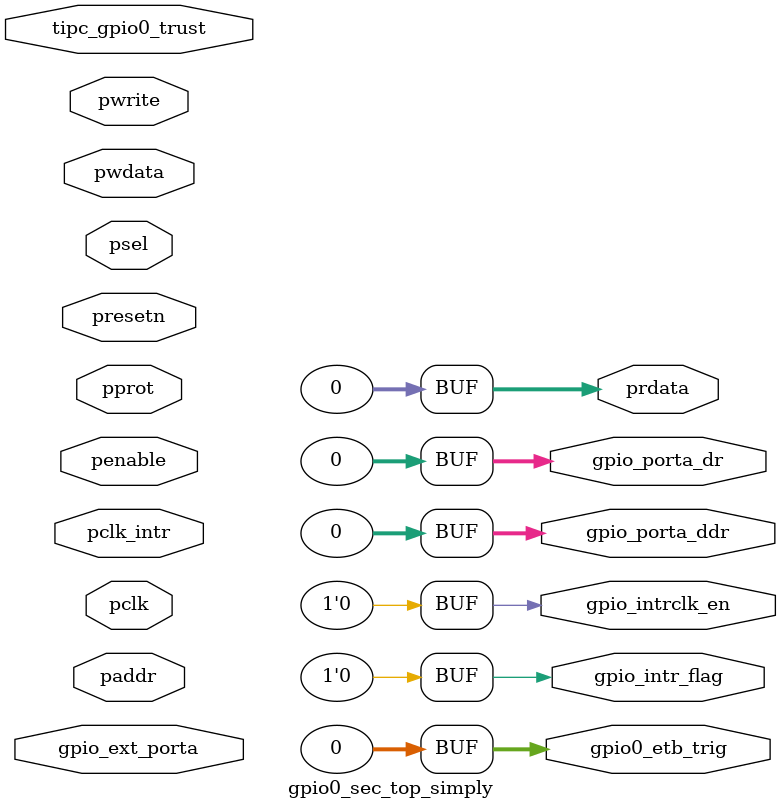
<source format=v>
module pwm_sec_top_simply(
  etb_pwm_trig_tim0_off,
  etb_pwm_trig_tim0_on,
  etb_pwm_trig_tim1_off,
  etb_pwm_trig_tim1_on,
  etb_pwm_trig_tim2_off,
  etb_pwm_trig_tim2_on,
  etb_pwm_trig_tim3_off,
  etb_pwm_trig_tim3_on,
  etb_pwm_trig_tim4_off,
  etb_pwm_trig_tim4_on,
  etb_pwm_trig_tim5_off,
  etb_pwm_trig_tim5_on,
  fault,
  i_capedge0,
  i_capedge10,
  i_capedge2,
  i_capedge4,
  i_capedge6,
  i_capedge8,
  o_pwm0,
  o_pwm1,
  o_pwm10,
  o_pwm11,
  o_pwm2,
  o_pwm3,
  o_pwm4,
  o_pwm5,
  o_pwm6,
  o_pwm7,
  o_pwm8,
  o_pwm9,
  paddr,
  pclk,
  penable,
  pprot,
  prdata,
  presetn,
  psel,
  pwdata,
  pwm0oe_n,
  pwm10oe_n,
  pwm11oe_n,
  pwm1oe_n,
  pwm2oe_n,
  pwm3oe_n,
  pwm4oe_n,
  pwm5oe_n,
  pwm6oe_n,
  pwm7oe_n,
  pwm8oe_n,
  pwm9oe_n,
  pwm_idle,
  pwm_tim0_etb_trig,
  pwm_tim1_etb_trig,
  pwm_tim2_etb_trig,
  pwm_tim3_etb_trig,
  pwm_tim4_etb_trig,
  pwm_tim5_etb_trig,
  pwm_xx_trig,
  pwmint,
  pwrite,
  test_mode,
  tipc_pwm_trust
);
input           etb_pwm_trig_tim0_off; 
input           etb_pwm_trig_tim0_on; 
input           etb_pwm_trig_tim1_off; 
input           etb_pwm_trig_tim1_on; 
input           etb_pwm_trig_tim2_off; 
input           etb_pwm_trig_tim2_on; 
input           etb_pwm_trig_tim3_off; 
input           etb_pwm_trig_tim3_on; 
input           etb_pwm_trig_tim4_off; 
input           etb_pwm_trig_tim4_on; 
input           etb_pwm_trig_tim5_off; 
input           etb_pwm_trig_tim5_on; 
input           fault;                
input           i_capedge0;           
input           i_capedge10;          
input           i_capedge2;           
input           i_capedge4;           
input           i_capedge6;           
input           i_capedge8;           
input   [31:0]  paddr;                
input           pclk;                 
input           penable;              
input   [2 :0]  pprot;                
input           presetn;              
input           psel;                 
input   [31:0]  pwdata;               
input           pwrite;               
input           test_mode;            
input           tipc_pwm_trust;       
output          o_pwm0;               
output          o_pwm1;               
output          o_pwm10;              
output          o_pwm11;              
output          o_pwm2;               
output          o_pwm3;               
output          o_pwm4;               
output          o_pwm5;               
output          o_pwm6;               
output          o_pwm7;               
output          o_pwm8;               
output          o_pwm9;               
output  [31:0]  prdata;               
output          pwm0oe_n;             
output          pwm10oe_n;            
output          pwm11oe_n;            
output          pwm1oe_n;             
output          pwm2oe_n;             
output          pwm3oe_n;             
output          pwm4oe_n;             
output          pwm5oe_n;             
output          pwm6oe_n;             
output          pwm7oe_n;             
output          pwm8oe_n;             
output          pwm9oe_n;             
output          pwm_idle;             
output          pwm_tim0_etb_trig;    
output          pwm_tim1_etb_trig;    
output          pwm_tim2_etb_trig;    
output          pwm_tim3_etb_trig;    
output          pwm_tim4_etb_trig;    
output          pwm_tim5_etb_trig;    
output          pwm_xx_trig;          
output          pwmint;               
wire            etb_pwm_trig_tim0_off; 
wire            etb_pwm_trig_tim0_on; 
wire            etb_pwm_trig_tim1_off; 
wire            etb_pwm_trig_tim1_on; 
wire            etb_pwm_trig_tim2_off; 
wire            etb_pwm_trig_tim2_on; 
wire            etb_pwm_trig_tim3_off; 
wire            etb_pwm_trig_tim3_on; 
wire            etb_pwm_trig_tim4_off; 
wire            etb_pwm_trig_tim4_on; 
wire            etb_pwm_trig_tim5_off; 
wire            etb_pwm_trig_tim5_on; 
wire            fault;                
wire            i_capedge0;           
wire            i_capedge10;          
wire            i_capedge2;           
wire            i_capedge4;           
wire            i_capedge6;           
wire            i_capedge8;           
wire    [31:0]  i_prdata;             
wire            i_psel;               
wire            i_pwrite;             
wire            o_pwm0;               
wire            o_pwm1;               
wire            o_pwm10;              
wire            o_pwm11;              
wire            o_pwm2;               
wire            o_pwm3;               
wire            o_pwm4;               
wire            o_pwm5;               
wire            o_pwm6;               
wire            o_pwm7;               
wire            o_pwm8;               
wire            o_pwm9;               
wire    [31:0]  paddr;                
wire            pclk;                 
wire            penable;              
wire    [2 :0]  pprot;                
wire    [31:0]  prdata;               
wire            presetn;              
wire            psel;                 
wire    [31:0]  pwdata;               
wire            pwm0oe_n;             
wire            pwm10oe_n;            
wire            pwm11oe_n;            
wire            pwm1oe_n;             
wire            pwm2oe_n;             
wire            pwm3oe_n;             
wire            pwm4oe_n;             
wire            pwm5oe_n;             
wire            pwm6oe_n;             
wire            pwm7oe_n;             
wire            pwm8oe_n;             
wire            pwm9oe_n;             
wire            pwm_idle;             
wire            pwm_tim0_etb_trig;    
wire            pwm_tim1_etb_trig;    
wire            pwm_tim2_etb_trig;    
wire            pwm_tim3_etb_trig;    
wire            pwm_tim4_etb_trig;    
wire            pwm_tim5_etb_trig;    
wire            pwm_xx_trig;          
wire            pwmint;               
wire            pwrite;               
wire            test_mode;            
wire            tipc_pwm_trust;  

assign o_pwm0 = 1'b0;               
assign o_pwm1 = 1'b0;               
assign o_pwm10 = 1'b0;              
assign o_pwm11 = 1'b0;              
assign o_pwm2 = 1'b0;               
assign o_pwm3 = 1'b0;               
assign o_pwm4 = 1'b0;               
assign o_pwm5 = 1'b0;               
assign o_pwm6 = 1'b0;               
assign o_pwm7 = 1'b0;               
assign o_pwm8 = 1'b0;               
assign o_pwm9 = 1'b0;               
assign prdata = 32'b0;               
assign pwm0oe_n = 1'b0;             
assign pwm10oe_n = 1'b0;            
assign pwm11oe_n = 1'b0;            
assign pwm1oe_n = 1'b0;             
assign pwm2oe_n = 1'b0;             
assign pwm3oe_n = 1'b0;             
assign pwm4oe_n = 1'b0;             
assign pwm5oe_n = 1'b0;             
assign pwm6oe_n = 1'b0;             
assign pwm7oe_n = 1'b0;             
assign pwm8oe_n = 1'b0;             
assign pwm9oe_n = 1'b0;             
assign pwm_idle = 1'b0;             
assign pwm_tim0_etb_trig = 1'b0;    
assign pwm_tim1_etb_trig = 1'b0;    
assign pwm_tim2_etb_trig = 1'b0;    
assign pwm_tim3_etb_trig = 1'b0;    
assign pwm_tim4_etb_trig = 1'b0;    
assign pwm_tim5_etb_trig = 1'b0;    
assign pwm_xx_trig = 1'b0;          
assign pwmint = 1'b0;


endmodule
module usi3_sec_top_simply(
  clk,
  dma_ack_rx,
  dma_ack_tx,
  dma_req_rx,
  dma_req_tx,
  nss_ie_n,
  nss_in,
  nss_oe_n,
  nss_out,
  paddr,
  penable,
  pprot,
  prdata,
  psel,
  pwdata,
  pwrite,
  rst_n,
  sclk_ie_n,
  sclk_in,
  sclk_oe_n,
  sclk_out,
  sd0_ie_n,
  sd0_in,
  sd0_oe_n,
  sd0_out,
  sd1_ie_n,
  sd1_in,
  sd1_oe_n,
  sd1_out,
  sec_rx_req,
  sec_tx_req,
  tipc_usi1_trust,
  usi_etb_rx_trig,
  usi_etb_tx_trig,
  usi_intr
);
input           clk;            
input           dma_ack_rx;     
input           dma_ack_tx;     
input           nss_in;         
input   [31:0]  paddr;          
input           penable;        
input   [2 :0]  pprot;          
input           psel;           
input   [31:0]  pwdata;         
input           pwrite;         
input           rst_n;          
input           sclk_in;        
input           sd0_in;         
input           sd1_in;         
input           tipc_usi1_trust; 
output          dma_req_rx;     
output          dma_req_tx;     
output          nss_ie_n;       
output          nss_oe_n;       
output          nss_out;        
output  [31:0]  prdata;         
output          sclk_ie_n;      
output          sclk_oe_n;      
output          sclk_out;       
output          sd0_ie_n;       
output          sd0_oe_n;       
output          sd0_out;        
output          sd1_ie_n;       
output          sd1_oe_n;       
output          sd1_out;        
output          sec_rx_req;     
output          sec_tx_req;     
output          usi_etb_rx_trig; 
output          usi_etb_tx_trig; 
output          usi_intr;       
wire            clk;            
wire            dma_ack_rx;     
wire            dma_ack_tx;     
wire            dma_req_rx;     
wire            dma_req_tx;     
wire    [31:0]  i_prdata;       
wire            i_psel;         
wire            i_pwrite;       
wire            nss_ie_n;       
wire            nss_in;         
wire            nss_oe_n;       
wire            nss_out;        
wire    [31:0]  paddr;          
wire            penable;        
wire    [2 :0]  pprot;          
wire    [31:0]  prdata;         
wire            psel;           
wire    [31:0]  pwdata;         
wire            pwrite;         
wire            rst_n;          
wire            sclk_ie_n;      
wire            sclk_in;        
wire            sclk_oe_n;      
wire            sclk_out;       
wire            sd0_ie_n;       
wire            sd0_in;         
wire            sd0_oe_n;       
wire            sd0_out;        
wire            sd1_ie_n;       
wire            sd1_in;         
wire            sd1_oe_n;       
wire            sd1_out;        
wire            sec_rx_req;     
wire            sec_tx_req;     
wire            tipc_usi1_trust; 
wire            usi_etb_rx_trig; 
wire            usi_etb_tx_trig; 
wire            usi_intr;       
assign prdata[31:0] = 32'b0;

assign dma_req_rx = 1'b0;     
assign dma_req_tx = 1'b0; 
assign nss_ie_n = 1'b0 ;       
assign nss_oe_n = 1'b0;       
assign nss_out = 1'b0;        
        
assign sclk_ie_n = 1'b0;      
assign sclk_oe_n = 1'b0;      
assign sclk_out = 1'b0;       
assign sd0_ie_n = 1'b0;       
assign sd0_oe_n = 1'b0;       
assign sd0_out = 1'b0;        
assign sd1_ie_n = 1'b0;       
assign sd1_oe_n = 1'b0;       
assign sd1_out = 1'b0;        
assign sec_rx_req = 1'b0;     
assign sec_tx_req = 1'b0;     
assign usi_etb_rx_trig = 1'b0; 
assign usi_etb_tx_trig = 1'b0; 
assign usi_intr = 1'b0;

endmodule
module usi1_sec_top_simply(
  clk,
  dma_ack_rx,
  dma_ack_tx,
  dma_req_rx,
  dma_req_tx,
  nss_ie_n,
  nss_in,
  nss_oe_n,
  nss_out,
  paddr,
  penable,
  pprot,
  prdata,
  psel,
  pwdata,
  pwrite,
  rst_n,
  sclk_ie_n,
  sclk_in,
  sclk_oe_n,
  sclk_out,
  sd0_ie_n,
  sd0_in,
  sd0_oe_n,
  sd0_out,
  sd1_ie_n,
  sd1_in,
  sd1_oe_n,
  sd1_out,
  sec_rx_req,
  sec_tx_req,
  tipc_usi1_trust,
  usi_etb_rx_trig,
  usi_etb_tx_trig,
  usi_intr
);
input           clk;            
input           dma_ack_rx;     
input           dma_ack_tx;     
input           nss_in;         
input   [31:0]  paddr;          
input           penable;        
input   [2 :0]  pprot;          
input           psel;           
input   [31:0]  pwdata;         
input           pwrite;         
input           rst_n;          
input           sclk_in;        
input           sd0_in;         
input           sd1_in;         
input           tipc_usi1_trust; 
output          dma_req_rx;     
output          dma_req_tx;     
output          nss_ie_n;       
output          nss_oe_n;       
output          nss_out;        
output  [31:0]  prdata;         
output          sclk_ie_n;      
output          sclk_oe_n;      
output          sclk_out;       
output          sd0_ie_n;       
output          sd0_oe_n;       
output          sd0_out;        
output          sd1_ie_n;       
output          sd1_oe_n;       
output          sd1_out;        
output          sec_rx_req;     
output          sec_tx_req;     
output          usi_etb_rx_trig; 
output          usi_etb_tx_trig; 
output          usi_intr;       
wire            clk;            
wire            dma_ack_rx;     
wire            dma_ack_tx;     
wire            dma_req_rx;     
wire            dma_req_tx;     
wire    [31:0]  i_prdata;       
wire            i_psel;         
wire            i_pwrite;       
wire            nss_ie_n;       
wire            nss_in;         
wire            nss_oe_n;       
wire            nss_out;        
wire    [31:0]  paddr;          
wire            penable;        
wire    [2 :0]  pprot;          
wire    [31:0]  prdata;         
wire            psel;           
wire    [31:0]  pwdata;         
wire            pwrite;         
wire            rst_n;          
wire            sclk_ie_n;      
wire            sclk_in;        
wire            sclk_oe_n;      
wire            sclk_out;       
wire            sd0_ie_n;       
wire            sd0_in;         
wire            sd0_oe_n;       
wire            sd0_out;        
wire            sd1_ie_n;       
wire            sd1_in;         
wire            sd1_oe_n;       
wire            sd1_out;        
wire            sec_rx_req;     
wire            sec_tx_req;     
wire            tipc_usi1_trust; 
wire            usi_etb_rx_trig; 
wire            usi_etb_tx_trig; 
wire            usi_intr;       
usi_top  x_usi1 (
  .clk             (clk            ),
  .dma_ack_rx      (dma_ack_rx     ),
  .dma_ack_tx      (dma_ack_tx     ),
  .dma_req_rx      (dma_req_rx     ),
  .dma_req_tx      (dma_req_tx     ),
  .nss_ie_n        (nss_ie_n       ),
  .nss_in          (nss_in         ),
  .nss_oe_n        (nss_oe_n       ),
  .nss_out         (nss_out        ),
  .paddr           (paddr          ),
  .penable         (penable        ),
  .prdata          (i_prdata       ),
  .psel            (i_psel         ),
  .pwdata          (pwdata         ),
  .pwrite          (i_pwrite       ),
  .rst_n           (rst_n          ),
  .sclk_ie_n       (sclk_ie_n      ),
  .sclk_in         (sclk_in        ),
  .sclk_oe_n       (sclk_oe_n      ),
  .sclk_out        (sclk_out       ),
  .sd0_ie_n        (sd0_ie_n       ),
  .sd0_in          (sd0_in         ),
  .sd0_oe_n        (sd0_oe_n       ),
  .sd0_out         (sd0_out        ),
  .sd1_ie_n        (sd1_ie_n       ),
  .sd1_in          (sd1_in         ),
  .sd1_oe_n        (sd1_oe_n       ),
  .sd1_out         (sd1_out        ),
  .usi_etb_rx_trig (usi_etb_rx_trig),
  .usi_etb_tx_trig (usi_etb_tx_trig),
  .usi_intr        (usi_intr       )
);
assign prdata[31:0] = i_prdata[31:0];
assign i_pwrite = pwrite;
assign i_psel = psel;

assign sec_rx_req = dma_req_rx;
assign sec_tx_req = dma_req_tx;

endmodule


module tim7_sec_top_simply(
  etb_tim1_trig_en_off,
  etb_tim1_trig_en_on,
  etb_tim2_trig_en_off,
  etb_tim2_trig_en_on,
  intr,
  paddr,
  pclk,
  penable,
  pprot,
  prdata,
  presetn,
  psel,
  pwdata,
  pwrite,
  scan_mode,
  tim1_etb_trig,
  tim2_etb_trig,
  tipc_tim7_trust
);
input           etb_tim1_trig_en_off; 
input           etb_tim1_trig_en_on; 
input           etb_tim2_trig_en_off; 
input           etb_tim2_trig_en_on; 
input   [31:0]  paddr;               
input           pclk;                
input           penable;             
input   [2 :0]  pprot;               
input           presetn;             
input           psel;                
input   [31:0]  pwdata;              
input           pwrite;              
input           scan_mode;           
input           tipc_tim7_trust;     
output  [1 :0]  intr;                
output  [31:0]  prdata;              
output          tim1_etb_trig;       
output          tim2_etb_trig;       
wire            etb_tim1_trig_en_off; 
wire            etb_tim1_trig_en_on; 
wire            etb_tim2_trig_en_off; 
wire            etb_tim2_trig_en_on; 
wire    [31:0]  i_prdata;            
wire            i_psel;              
wire            i_pwrite;            
wire    [1 :0]  intr;                
wire    [31:0]  paddr;               
wire            pclk;                
wire            penable;             
wire    [2 :0]  pprot;               
wire    [31:0]  prdata;              
wire            presetn;             
wire            psel;                
wire    [31:0]  pwdata;              
wire            pwrite;              
wire            scan_mode;           
wire            tim1_etb_trig;       
wire            tim2_etb_trig;       
wire            tipc_tim7_trust;     

assign intr = 2'b0;                
assign prdata = 32'b0;              
assign tim1_etb_trig = 1'b0;       
assign tim2_etb_trig = 1'b0; 

endmodule

module tim0_sec_top_simply(
  etb_tim1_trig_en_off,
  etb_tim1_trig_en_on,
  etb_tim2_trig_en_off,
  etb_tim2_trig_en_on,
  intr,
  paddr,
  pclk,
  penable,
  pprot,
  prdata,
  presetn,
  psel,
  pwdata,
  pwrite,
  scan_mode,
  tim1_etb_trig,
  tim2_etb_trig,
  tipc_tim0_trust
);
input           etb_tim1_trig_en_off; 
input           etb_tim1_trig_en_on; 
input           etb_tim2_trig_en_off; 
input           etb_tim2_trig_en_on; 
input   [31:0]  paddr;               
input           pclk;                
input           penable;             
input   [2 :0]  pprot;               
input           presetn;             
input           psel;                
input   [31:0]  pwdata;              
input           pwrite;              
input           scan_mode;           
input           tipc_tim0_trust;     
output  [1 :0]  intr;                
output  [31:0]  prdata;              
output          tim1_etb_trig;       
output          tim2_etb_trig;       
wire            etb_tim1_trig_en_off; 
wire            etb_tim1_trig_en_on; 
wire            etb_tim2_trig_en_off; 
wire            etb_tim2_trig_en_on; 
wire    [31:0]  i_prdata;            
wire            i_psel;              
wire            i_pwrite;            
wire    [1 :0]  intr;                
wire    [31:0]  paddr;               
wire            pclk;                
wire            penable;             
wire    [2 :0]  pprot;               
wire    [31:0]  prdata;              
wire            presetn;             
wire            psel;                
wire    [31:0]  pwdata;              
wire            pwrite;              
wire            scan_mode;           
wire            tim1_etb_trig;       
wire            tim2_etb_trig;       
wire            tipc_tim0_trust;     

assign intr = 2'b0;                
assign prdata = 32'b0;              
assign tim1_etb_trig = 1'b0;       
assign tim2_etb_trig = 1'b0; 

endmodule

module tim5_sec_top_simply(
  etb_tim1_trig_en_off,
  etb_tim1_trig_en_on,
  etb_tim2_trig_en_off,
  etb_tim2_trig_en_on,
  intr,
  paddr,
  pclk,
  penable,
  pprot,
  prdata,
  presetn,
  psel,
  pwdata,
  pwrite,
  scan_mode,
  tim1_etb_trig,
  tim2_etb_trig,
  tipc_tim5_trust
);
input           etb_tim1_trig_en_off; 
input           etb_tim1_trig_en_on; 
input           etb_tim2_trig_en_off; 
input           etb_tim2_trig_en_on; 
input   [31:0]  paddr;               
input           pclk;                
input           penable;             
input   [2 :0]  pprot;               
input           presetn;             
input           psel;                
input   [31:0]  pwdata;              
input           pwrite;              
input           scan_mode;           
input           tipc_tim5_trust;     
output  [1 :0]  intr;                
output  [31:0]  prdata;              
output          tim1_etb_trig;       
output          tim2_etb_trig;       
wire            etb_tim1_trig_en_off; 
wire            etb_tim1_trig_en_on; 
wire            etb_tim2_trig_en_off; 
wire            etb_tim2_trig_en_on; 
wire    [31:0]  i_prdata;            
wire            i_psel;              
wire            i_pwrite;            
wire    [1 :0]  intr;                
wire    [31:0]  paddr;               
wire            pclk;                
wire            penable;             
wire    [2 :0]  pprot;               
wire    [31:0]  prdata;              
wire            presetn;             
wire            psel;                
wire    [31:0]  pwdata;              
wire            pwrite;              
wire            scan_mode;           
wire            tim1_etb_trig;       
wire            tim2_etb_trig;       
wire            tipc_tim5_trust;     
assign intr = 2'b0;                
assign prdata = 32'b0;              
assign tim1_etb_trig = 1'b0;       
assign tim2_etb_trig = 1'b0; 

endmodule
module tim3_sec_top_simply(
  etb_tim1_trig_en_off,
  etb_tim1_trig_en_on,
  etb_tim2_trig_en_off,
  etb_tim2_trig_en_on,
  intr,
  paddr,
  pclk,
  penable,
  pprot,
  prdata,
  presetn,
  psel,
  pwdata,
  pwrite,
  scan_mode,
  tim1_etb_trig,
  tim2_etb_trig,
  tipc_tim3_trust
);
input           etb_tim1_trig_en_off; 
input           etb_tim1_trig_en_on; 
input           etb_tim2_trig_en_off; 
input           etb_tim2_trig_en_on; 
input   [31:0]  paddr;               
input           pclk;                
input           penable;             
input   [2 :0]  pprot;               
input           presetn;             
input           psel;                
input   [31:0]  pwdata;              
input           pwrite;              
input           scan_mode;           
input           tipc_tim3_trust;     
output  [1 :0]  intr;                
output  [31:0]  prdata;              
output          tim1_etb_trig;       
output          tim2_etb_trig;       
wire            etb_tim1_trig_en_off; 
wire            etb_tim1_trig_en_on; 
wire            etb_tim2_trig_en_off; 
wire            etb_tim2_trig_en_on; 
wire    [31:0]  i_prdata;            
wire            i_psel;              
wire            i_pwrite;            
wire    [1 :0]  intr;                
wire    [31:0]  paddr;               
wire            pclk;                
wire            penable;             
wire    [2 :0]  pprot;               
wire    [31:0]  prdata;              
wire            presetn;             
wire            psel;                
wire    [31:0]  pwdata;              
wire            pwrite;              
wire            scan_mode;           
wire            tim1_etb_trig;       
wire            tim2_etb_trig;       
wire            tipc_tim3_trust;     
assign intr = 2'b0;                
assign prdata = 32'b0;              
assign tim1_etb_trig = 1'b0;       
assign tim2_etb_trig = 1'b0; 

endmodule

module usi2_sec_top_simply(
  clk,
  dma_ack_rx,
  dma_ack_tx,
  dma_req_rx,
  dma_req_tx,
  nss_ie_n,
  nss_in,
  nss_oe_n,
  nss_out,
  paddr,
  penable,
  pprot,
  prdata,
  psel,
  pwdata,
  pwrite,
  rst_n,
  sclk_ie_n,
  sclk_in,
  sclk_oe_n,
  sclk_out,
  sd0_ie_n,
  sd0_in,
  sd0_oe_n,
  sd0_out,
  sd1_ie_n,
  sd1_in,
  sd1_oe_n,
  sd1_out,
  sec_rx_req,
  sec_tx_req,
  tipc_usi2_trust,
  usi_etb_rx_trig,
  usi_etb_tx_trig,
  usi_intr
);
input           clk;            
input           dma_ack_rx;     
input           dma_ack_tx;     
input           nss_in;         
input   [31:0]  paddr;          
input           penable;        
input   [2 :0]  pprot;          
input           psel;           
input   [31:0]  pwdata;         
input           pwrite;         
input           rst_n;          
input           sclk_in;        
input           sd0_in;         
input           sd1_in;         
input           tipc_usi2_trust; 
output          dma_req_rx;     
output          dma_req_tx;     
output          nss_ie_n;       
output          nss_oe_n;       
output          nss_out;        
output  [31:0]  prdata;         
output          sclk_ie_n;      
output          sclk_oe_n;      
output          sclk_out;       
output          sd0_ie_n;       
output          sd0_oe_n;       
output          sd0_out;        
output          sd1_ie_n;       
output          sd1_oe_n;       
output          sd1_out;        
output          sec_rx_req;     
output          sec_tx_req;     
output          usi_etb_rx_trig; 
output          usi_etb_tx_trig; 
output          usi_intr;       
wire            clk;            
wire            dma_ack_rx;     
wire            dma_ack_tx;     
wire            dma_req_rx;     
wire            dma_req_tx;     
wire    [31:0]  i_prdata;       
wire            i_psel;         
wire            i_pwrite;       
wire            nss_ie_n;       
wire            nss_in;         
wire            nss_oe_n;       
wire            nss_out;        
wire    [31:0]  paddr;          
wire            penable;        
wire    [2 :0]  pprot;          
wire    [31:0]  prdata;         
wire            psel;           
wire    [31:0]  pwdata;         
wire            pwrite;         
wire            rst_n;          
wire            sclk_ie_n;      
wire            sclk_in;        
wire            sclk_oe_n;      
wire            sclk_out;       
wire            sd0_ie_n;       
wire            sd0_in;         
wire            sd0_oe_n;       
wire            sd0_out;        
wire            sd1_ie_n;       
wire            sd1_in;         
wire            sd1_oe_n;       
wire            sd1_out;        
wire            sec_rx_req;     
wire            sec_tx_req;     
wire            tipc_usi2_trust; 
wire            usi_etb_rx_trig; 
wire            usi_etb_tx_trig; 
wire            usi_intr;       

assign prdata[31:0] = 32'b0;

assign dma_req_rx = 1'b0;     
assign dma_req_tx = 1'b0; 
assign nss_ie_n = 1'b0 ;       
assign nss_oe_n = 1'b0;       
assign nss_out = 1'b0;        
        
assign sclk_ie_n = 1'b0;      
assign sclk_oe_n = 1'b0;      
assign sclk_out = 1'b0;       
assign sd0_ie_n = 1'b0;       
assign sd0_oe_n = 1'b0;       
assign sd0_out = 1'b0;        
assign sd1_ie_n = 1'b0;       
assign sd1_oe_n = 1'b0;       
assign sd1_out = 1'b0;        
assign sec_rx_req = 1'b0;     
assign sec_tx_req = 1'b0;     
assign usi_etb_rx_trig = 1'b0; 
assign usi_etb_tx_trig = 1'b0; 
assign usi_intr = 1'b0;

endmodule

module dmac_top_simply(
  ch0_etb_evtdone,
  ch0_etb_htfrdone,
  ch0_etb_tfrdone,
  ch0_prot_out,
  ch10_etb_evtdone,
  ch10_etb_htfrdone,
  ch10_etb_tfrdone,
  ch10_prot_out,
  ch11_etb_evtdone,
  ch11_etb_htfrdone,
  ch11_etb_tfrdone,
  ch11_prot_out,
  ch12_etb_evtdone,
  ch12_etb_htfrdone,
  ch12_etb_tfrdone,
  ch12_prot_out,
  ch13_etb_evtdone,
  ch13_etb_htfrdone,
  ch13_etb_tfrdone,
  ch13_prot_out,
  ch14_etb_evtdone,
  ch14_etb_htfrdone,
  ch14_etb_tfrdone,
  ch14_prot_out,
  ch15_etb_evtdone,
  ch15_etb_htfrdone,
  ch15_etb_tfrdone,
  ch15_prot_out,
  ch1_etb_evtdone,
  ch1_etb_htfrdone,
  ch1_etb_tfrdone,
  ch1_prot_out,
  ch2_etb_evtdone,
  ch2_etb_htfrdone,
  ch2_etb_tfrdone,
  ch2_prot_out,
  ch3_etb_evtdone,
  ch3_etb_htfrdone,
  ch3_etb_tfrdone,
  ch3_prot_out,
  ch4_etb_evtdone,
  ch4_etb_htfrdone,
  ch4_etb_tfrdone,
  ch4_prot_out,
  ch5_etb_evtdone,
  ch5_etb_htfrdone,
  ch5_etb_tfrdone,
  ch5_prot_out,
  ch6_etb_evtdone,
  ch6_etb_htfrdone,
  ch6_etb_tfrdone,
  ch6_prot_out,
  ch7_etb_evtdone,
  ch7_etb_htfrdone,
  ch7_etb_tfrdone,
  ch7_prot_out,
  ch8_etb_evtdone,
  ch8_etb_htfrdone,
  ch8_etb_tfrdone,
  ch8_prot_out,
  ch9_etb_evtdone,
  ch9_etb_htfrdone,
  ch9_etb_tfrdone,
  ch9_prot_out,
  dmac_vic_if,
  etb_dmacch0_trg,
  etb_dmacch10_trg,
  etb_dmacch11_trg,
  etb_dmacch12_trg,
  etb_dmacch13_trg,
  etb_dmacch14_trg,
  etb_dmacch15_trg,
  etb_dmacch1_trg,
  etb_dmacch2_trg,
  etb_dmacch3_trg,
  etb_dmacch4_trg,
  etb_dmacch5_trg,
  etb_dmacch6_trg,
  etb_dmacch7_trg,
  etb_dmacch8_trg,
  etb_dmacch9_trg,
  hclk,
  hrst_n,
  m_haddr,
  m_hburst,
  m_hbusreq,
  m_hgrant,
  m_hlock,
  m_hprot,
  m_hrdata,
  m_hready,
  m_hresp,
  m_hsize,
  m_htrans,
  m_hwdata,
  m_hwrite,
  s_haddr,
  s_hprot,
  s_hrdata,
  s_hready,
  s_hresp,
  s_hsel,
  s_htrans,
  s_hwdata,
  s_hwrite
);
input           etb_dmacch0_trg;           
input           etb_dmacch10_trg;          
input           etb_dmacch11_trg;          
input           etb_dmacch12_trg;          
input           etb_dmacch13_trg;          
input           etb_dmacch14_trg;          
input           etb_dmacch15_trg;          
input           etb_dmacch1_trg;           
input           etb_dmacch2_trg;           
input           etb_dmacch3_trg;           
input           etb_dmacch4_trg;           
input           etb_dmacch5_trg;           
input           etb_dmacch6_trg;           
input           etb_dmacch7_trg;           
input           etb_dmacch8_trg;           
input           etb_dmacch9_trg;           
input           hclk;                      
input           hrst_n;                    
input           m_hgrant;                  
input   [31:0]  m_hrdata;                  
input           m_hready;                  
input   [1 :0]  m_hresp;                   
input   [31:0]  s_haddr;                   
input   [3 :0]  s_hprot;                   
input           s_hsel;                    
input   [1 :0]  s_htrans;                  
input   [31:0]  s_hwdata;                  
input           s_hwrite;                  
output          ch0_etb_evtdone;           
output          ch0_etb_htfrdone;          
output          ch0_etb_tfrdone;           
output          ch0_prot_out;              
output          ch10_etb_evtdone;          
output          ch10_etb_htfrdone;         
output          ch10_etb_tfrdone;          
output          ch10_prot_out;             
output          ch11_etb_evtdone;          
output          ch11_etb_htfrdone;         
output          ch11_etb_tfrdone;          
output          ch11_prot_out;             
output          ch12_etb_evtdone;          
output          ch12_etb_htfrdone;         
output          ch12_etb_tfrdone;          
output          ch12_prot_out;             
output          ch13_etb_evtdone;          
output          ch13_etb_htfrdone;         
output          ch13_etb_tfrdone;          
output          ch13_prot_out;             
output          ch14_etb_evtdone;          
output          ch14_etb_htfrdone;         
output          ch14_etb_tfrdone;          
output          ch14_prot_out;             
output          ch15_etb_evtdone;          
output          ch15_etb_htfrdone;         
output          ch15_etb_tfrdone;          
output          ch15_prot_out;             
output          ch1_etb_evtdone;           
output          ch1_etb_htfrdone;          
output          ch1_etb_tfrdone;           
output          ch1_prot_out;              
output          ch2_etb_evtdone;           
output          ch2_etb_htfrdone;          
output          ch2_etb_tfrdone;           
output          ch2_prot_out;              
output          ch3_etb_evtdone;           
output          ch3_etb_htfrdone;          
output          ch3_etb_tfrdone;           
output          ch3_prot_out;              
output          ch4_etb_evtdone;           
output          ch4_etb_htfrdone;          
output          ch4_etb_tfrdone;           
output          ch4_prot_out;              
output          ch5_etb_evtdone;           
output          ch5_etb_htfrdone;          
output          ch5_etb_tfrdone;           
output          ch5_prot_out;              
output          ch6_etb_evtdone;           
output          ch6_etb_htfrdone;          
output          ch6_etb_tfrdone;           
output          ch6_prot_out;              
output          ch7_etb_evtdone;           
output          ch7_etb_htfrdone;          
output          ch7_etb_tfrdone;           
output          ch7_prot_out;              
output          ch8_etb_evtdone;           
output          ch8_etb_htfrdone;          
output          ch8_etb_tfrdone;           
output          ch8_prot_out;              
output          ch9_etb_evtdone;           
output          ch9_etb_htfrdone;          
output          ch9_etb_tfrdone;           
output          ch9_prot_out;              
output          dmac_vic_if;               
output  [31:0]  m_haddr;                   
output  [2 :0]  m_hburst;                  
output          m_hbusreq;                 
output          m_hlock;                   
output  [3 :0]  m_hprot;                   
output  [2 :0]  m_hsize;                   
output  [1 :0]  m_htrans;                  
output  [31:0]  m_hwdata;                  
output          m_hwrite;                  
output  [31:0]  s_hrdata;                  
output          s_hready;                  
output  [1 :0]  s_hresp;                   
wire            arb_bmux_transvld;         
wire            arb_bmux_trgvld;           
wire    [15:0]  busy_chn_code;             
wire            ch0_etb_evtdone;           
wire            ch0_etb_htfrdone;          
wire            ch0_etb_tfrdone;           
wire            ch0_prot_out;              
wire            ch0c_gbc_chbsy;            
wire            ch0c_gbc_chnen;            
wire            ch0c_gbc_sfwtrg;           
wire            ch0c_gbc_trgclr;           
wire            ch0chgen;                  
wire            ch10_etb_evtdone;          
wire            ch10_etb_htfrdone;         
wire            ch10_etb_tfrdone;          
wire            ch10_prot_out;             
wire            ch10c_gbc_chbsy;           
wire            ch10c_gbc_chnen;           
wire            ch10c_gbc_sfwtrg;          
wire            ch10c_gbc_trgclr;          
wire            ch10chgen;                 
wire            ch11_etb_evtdone;          
wire            ch11_etb_htfrdone;         
wire            ch11_etb_tfrdone;          
wire            ch11_prot_out;             
wire            ch11c_gbc_chbsy;           
wire            ch11c_gbc_chnen;           
wire            ch11c_gbc_sfwtrg;          
wire            ch11c_gbc_trgclr;          
wire            ch11chgen;                 
wire            ch12_etb_evtdone;          
wire            ch12_etb_htfrdone;         
wire            ch12_etb_tfrdone;          
wire            ch12_prot_out;             
wire            ch12c_gbc_chbsy;           
wire            ch12c_gbc_chnen;           
wire            ch12c_gbc_sfwtrg;          
wire            ch12c_gbc_trgclr;          
wire            ch12chgen;                 
wire            ch13_etb_evtdone;          
wire            ch13_etb_htfrdone;         
wire            ch13_etb_tfrdone;          
wire            ch13_prot_out;             
wire            ch13c_gbc_chbsy;           
wire            ch13c_gbc_chnen;           
wire            ch13c_gbc_sfwtrg;          
wire            ch13c_gbc_trgclr;          
wire            ch13chgen;                 
wire            ch14_etb_evtdone;          
wire            ch14_etb_htfrdone;         
wire            ch14_etb_tfrdone;          
wire            ch14_prot_out;             
wire            ch14c_gbc_chbsy;           
wire            ch14c_gbc_chnen;           
wire            ch14c_gbc_sfwtrg;          
wire            ch14c_gbc_trgclr;          
wire            ch14chgen;                 
wire            ch15_etb_evtdone;          
wire            ch15_etb_htfrdone;         
wire            ch15_etb_tfrdone;          
wire            ch15_prot_out;             
wire            ch15c_gbc_chbsy;           
wire            ch15c_gbc_chnen;           
wire            ch15c_gbc_sfwtrg;          
wire            ch15c_gbc_trgclr;          
wire            ch15chgen;                 
wire            ch1_etb_evtdone;           
wire            ch1_etb_htfrdone;          
wire            ch1_etb_tfrdone;           
wire            ch1_prot_out;              
wire            ch1c_gbc_chbsy;            
wire            ch1c_gbc_chnen;            
wire            ch1c_gbc_sfwtrg;           
wire            ch1c_gbc_trgclr;           
wire            ch1chgen;                  
wire            ch2_etb_evtdone;           
wire            ch2_etb_htfrdone;          
wire            ch2_etb_tfrdone;           
wire            ch2_prot_out;              
wire            ch2c_gbc_chbsy;            
wire            ch2c_gbc_chnen;            
wire            ch2c_gbc_sfwtrg;           
wire            ch2c_gbc_trgclr;           
wire            ch2chgen;                  
wire            ch3_etb_evtdone;           
wire            ch3_etb_htfrdone;          
wire            ch3_etb_tfrdone;           
wire            ch3_prot_out;              
wire            ch3c_gbc_chbsy;            
wire            ch3c_gbc_chnen;            
wire            ch3c_gbc_sfwtrg;           
wire            ch3c_gbc_trgclr;           
wire            ch3chgen;                  
wire            ch4_etb_evtdone;           
wire            ch4_etb_htfrdone;          
wire            ch4_etb_tfrdone;           
wire            ch4_prot_out;              
wire            ch4c_gbc_chbsy;            
wire            ch4c_gbc_chnen;            
wire            ch4c_gbc_sfwtrg;           
wire            ch4c_gbc_trgclr;           
wire            ch4chgen;                  
wire            ch5_etb_evtdone;           
wire            ch5_etb_htfrdone;          
wire            ch5_etb_tfrdone;           
wire            ch5_prot_out;              
wire            ch5c_gbc_chbsy;            
wire            ch5c_gbc_chnen;            
wire            ch5c_gbc_sfwtrg;           
wire            ch5c_gbc_trgclr;           
wire            ch5chgen;                  
wire            ch6_etb_evtdone;           
wire            ch6_etb_htfrdone;          
wire            ch6_etb_tfrdone;           
wire            ch6_prot_out;              
wire            ch6c_gbc_chbsy;            
wire            ch6c_gbc_chnen;            
wire            ch6c_gbc_sfwtrg;           
wire            ch6c_gbc_trgclr;           
wire            ch6chgen;                  
wire            ch7_etb_evtdone;           
wire            ch7_etb_htfrdone;          
wire            ch7_etb_tfrdone;           
wire            ch7_prot_out;              
wire            ch7c_gbc_chbsy;            
wire            ch7c_gbc_chnen;            
wire            ch7c_gbc_sfwtrg;           
wire            ch7c_gbc_trgclr;           
wire            ch7chgen;                  
wire            ch8_etb_evtdone;           
wire            ch8_etb_htfrdone;          
wire            ch8_etb_tfrdone;           
wire            ch8_prot_out;              
wire            ch8c_gbc_chbsy;            
wire            ch8c_gbc_chnen;            
wire            ch8c_gbc_sfwtrg;           
wire            ch8c_gbc_trgclr;           
wire            ch8chgen;                  
wire            ch9_etb_evtdone;           
wire            ch9_etb_htfrdone;          
wire            ch9_etb_tfrdone;           
wire            ch9_prot_out;              
wire            ch9c_gbc_chbsy;            
wire            ch9c_gbc_chnen;            
wire            ch9c_gbc_sfwtrg;           
wire            ch9c_gbc_trgclr;           
wire            ch9chgen;                  
wire    [11:0]  chregc0_fsmc_block_tl;     
wire    [2 :0]  chregc0_fsmc_chintmdc;     
wire    [31:0]  chregc0_fsmc_darn;         
wire            chregc0_fsmc_dgrpaddrc;    
wire    [1 :0]  chregc0_fsmc_dinc;         
wire    [1 :0]  chregc0_fsmc_dst_tr_width; 
wire            chregc0_fsmc_endlan;       
wire    [5 :0]  chregc0_fsmc_group_len;    
wire            chregc0_fsmc_grpmc;        
wire    [3 :0]  chregc0_fsmc_protctl;      
wire    [31:0]  chregc0_fsmc_sarn;         
wire            chregc0_fsmc_sgrpaddrc;    
wire    [1 :0]  chregc0_fsmc_sinc;         
wire    [1 :0]  chregc0_fsmc_src_tr_width; 
wire    [1 :0]  chregc0_fsmc_trgtmdc;      
wire    [11:0]  chregc10_fsmc_block_tl;    
wire    [2 :0]  chregc10_fsmc_chintmdc;    
wire    [31:0]  chregc10_fsmc_darn;        
wire            chregc10_fsmc_dgrpaddrc;   
wire    [1 :0]  chregc10_fsmc_dinc;        
wire    [1 :0]  chregc10_fsmc_dst_tr_width; 
wire            chregc10_fsmc_endlan;      
wire    [5 :0]  chregc10_fsmc_group_len;   
wire            chregc10_fsmc_grpmc;       
wire    [3 :0]  chregc10_fsmc_protctl;     
wire    [31:0]  chregc10_fsmc_sarn;        
wire            chregc10_fsmc_sgrpaddrc;   
wire    [1 :0]  chregc10_fsmc_sinc;        
wire    [1 :0]  chregc10_fsmc_src_tr_width; 
wire    [1 :0]  chregc10_fsmc_trgtmdc;     
wire    [11:0]  chregc11_fsmc_block_tl;    
wire    [2 :0]  chregc11_fsmc_chintmdc;    
wire    [31:0]  chregc11_fsmc_darn;        
wire            chregc11_fsmc_dgrpaddrc;   
wire    [1 :0]  chregc11_fsmc_dinc;        
wire    [1 :0]  chregc11_fsmc_dst_tr_width; 
wire            chregc11_fsmc_endlan;      
wire    [5 :0]  chregc11_fsmc_group_len;   
wire            chregc11_fsmc_grpmc;       
wire    [3 :0]  chregc11_fsmc_protctl;     
wire    [31:0]  chregc11_fsmc_sarn;        
wire            chregc11_fsmc_sgrpaddrc;   
wire    [1 :0]  chregc11_fsmc_sinc;        
wire    [1 :0]  chregc11_fsmc_src_tr_width; 
wire    [1 :0]  chregc11_fsmc_trgtmdc;     
wire    [11:0]  chregc12_fsmc_block_tl;    
wire    [2 :0]  chregc12_fsmc_chintmdc;    
wire    [31:0]  chregc12_fsmc_darn;        
wire            chregc12_fsmc_dgrpaddrc;   
wire    [1 :0]  chregc12_fsmc_dinc;        
wire    [1 :0]  chregc12_fsmc_dst_tr_width; 
wire            chregc12_fsmc_endlan;      
wire    [5 :0]  chregc12_fsmc_group_len;   
wire            chregc12_fsmc_grpmc;       
wire    [3 :0]  chregc12_fsmc_protctl;     
wire    [31:0]  chregc12_fsmc_sarn;        
wire            chregc12_fsmc_sgrpaddrc;   
wire    [1 :0]  chregc12_fsmc_sinc;        
wire    [1 :0]  chregc12_fsmc_src_tr_width; 
wire    [1 :0]  chregc12_fsmc_trgtmdc;     
wire    [11:0]  chregc13_fsmc_block_tl;    
wire    [2 :0]  chregc13_fsmc_chintmdc;    
wire    [31:0]  chregc13_fsmc_darn;        
wire            chregc13_fsmc_dgrpaddrc;   
wire    [1 :0]  chregc13_fsmc_dinc;        
wire    [1 :0]  chregc13_fsmc_dst_tr_width; 
wire            chregc13_fsmc_endlan;      
wire    [5 :0]  chregc13_fsmc_group_len;   
wire            chregc13_fsmc_grpmc;       
wire    [3 :0]  chregc13_fsmc_protctl;     
wire    [31:0]  chregc13_fsmc_sarn;        
wire            chregc13_fsmc_sgrpaddrc;   
wire    [1 :0]  chregc13_fsmc_sinc;        
wire    [1 :0]  chregc13_fsmc_src_tr_width; 
wire    [1 :0]  chregc13_fsmc_trgtmdc;     
wire    [11:0]  chregc14_fsmc_block_tl;    
wire    [2 :0]  chregc14_fsmc_chintmdc;    
wire    [31:0]  chregc14_fsmc_darn;        
wire            chregc14_fsmc_dgrpaddrc;   
wire    [1 :0]  chregc14_fsmc_dinc;        
wire    [1 :0]  chregc14_fsmc_dst_tr_width; 
wire            chregc14_fsmc_endlan;      
wire    [5 :0]  chregc14_fsmc_group_len;   
wire            chregc14_fsmc_grpmc;       
wire    [3 :0]  chregc14_fsmc_protctl;     
wire    [31:0]  chregc14_fsmc_sarn;        
wire            chregc14_fsmc_sgrpaddrc;   
wire    [1 :0]  chregc14_fsmc_sinc;        
wire    [1 :0]  chregc14_fsmc_src_tr_width; 
wire    [1 :0]  chregc14_fsmc_trgtmdc;     
wire    [11:0]  chregc15_fsmc_block_tl;    
wire    [2 :0]  chregc15_fsmc_chintmdc;    
wire    [31:0]  chregc15_fsmc_darn;        
wire            chregc15_fsmc_dgrpaddrc;   
wire    [1 :0]  chregc15_fsmc_dinc;        
wire    [1 :0]  chregc15_fsmc_dst_tr_width; 
wire            chregc15_fsmc_endlan;      
wire    [5 :0]  chregc15_fsmc_group_len;   
wire            chregc15_fsmc_grpmc;       
wire    [3 :0]  chregc15_fsmc_protctl;     
wire    [31:0]  chregc15_fsmc_sarn;        
wire            chregc15_fsmc_sgrpaddrc;   
wire    [1 :0]  chregc15_fsmc_sinc;        
wire    [1 :0]  chregc15_fsmc_src_tr_width; 
wire    [1 :0]  chregc15_fsmc_trgtmdc;     
wire    [11:0]  chregc1_fsmc_block_tl;     
wire    [2 :0]  chregc1_fsmc_chintmdc;     
wire    [31:0]  chregc1_fsmc_darn;         
wire            chregc1_fsmc_dgrpaddrc;    
wire    [1 :0]  chregc1_fsmc_dinc;         
wire    [1 :0]  chregc1_fsmc_dst_tr_width; 
wire            chregc1_fsmc_endlan;       
wire    [5 :0]  chregc1_fsmc_group_len;    
wire            chregc1_fsmc_grpmc;        
wire    [3 :0]  chregc1_fsmc_protctl;      
wire    [31:0]  chregc1_fsmc_sarn;         
wire            chregc1_fsmc_sgrpaddrc;    
wire    [1 :0]  chregc1_fsmc_sinc;         
wire    [1 :0]  chregc1_fsmc_src_tr_width; 
wire    [1 :0]  chregc1_fsmc_trgtmdc;      
wire    [11:0]  chregc2_fsmc_block_tl;     
wire    [2 :0]  chregc2_fsmc_chintmdc;     
wire    [31:0]  chregc2_fsmc_darn;         
wire            chregc2_fsmc_dgrpaddrc;    
wire    [1 :0]  chregc2_fsmc_dinc;         
wire    [1 :0]  chregc2_fsmc_dst_tr_width; 
wire            chregc2_fsmc_endlan;       
wire    [5 :0]  chregc2_fsmc_group_len;    
wire            chregc2_fsmc_grpmc;        
wire    [3 :0]  chregc2_fsmc_protctl;      
wire    [31:0]  chregc2_fsmc_sarn;         
wire            chregc2_fsmc_sgrpaddrc;    
wire    [1 :0]  chregc2_fsmc_sinc;         
wire    [1 :0]  chregc2_fsmc_src_tr_width; 
wire    [1 :0]  chregc2_fsmc_trgtmdc;      
wire    [11:0]  chregc3_fsmc_block_tl;     
wire    [2 :0]  chregc3_fsmc_chintmdc;     
wire    [31:0]  chregc3_fsmc_darn;         
wire            chregc3_fsmc_dgrpaddrc;    
wire    [1 :0]  chregc3_fsmc_dinc;         
wire    [1 :0]  chregc3_fsmc_dst_tr_width; 
wire            chregc3_fsmc_endlan;       
wire    [5 :0]  chregc3_fsmc_group_len;    
wire            chregc3_fsmc_grpmc;        
wire    [3 :0]  chregc3_fsmc_protctl;      
wire    [31:0]  chregc3_fsmc_sarn;         
wire            chregc3_fsmc_sgrpaddrc;    
wire    [1 :0]  chregc3_fsmc_sinc;         
wire    [1 :0]  chregc3_fsmc_src_tr_width; 
wire    [1 :0]  chregc3_fsmc_trgtmdc;      
wire    [11:0]  chregc4_fsmc_block_tl;     
wire    [2 :0]  chregc4_fsmc_chintmdc;     
wire    [31:0]  chregc4_fsmc_darn;         
wire            chregc4_fsmc_dgrpaddrc;    
wire    [1 :0]  chregc4_fsmc_dinc;         
wire    [1 :0]  chregc4_fsmc_dst_tr_width; 
wire            chregc4_fsmc_endlan;       
wire    [5 :0]  chregc4_fsmc_group_len;    
wire            chregc4_fsmc_grpmc;        
wire    [3 :0]  chregc4_fsmc_protctl;      
wire    [31:0]  chregc4_fsmc_sarn;         
wire            chregc4_fsmc_sgrpaddrc;    
wire    [1 :0]  chregc4_fsmc_sinc;         
wire    [1 :0]  chregc4_fsmc_src_tr_width; 
wire    [1 :0]  chregc4_fsmc_trgtmdc;      
wire    [11:0]  chregc5_fsmc_block_tl;     
wire    [2 :0]  chregc5_fsmc_chintmdc;     
wire    [31:0]  chregc5_fsmc_darn;         
wire            chregc5_fsmc_dgrpaddrc;    
wire    [1 :0]  chregc5_fsmc_dinc;         
wire    [1 :0]  chregc5_fsmc_dst_tr_width; 
wire            chregc5_fsmc_endlan;       
wire    [5 :0]  chregc5_fsmc_group_len;    
wire            chregc5_fsmc_grpmc;        
wire    [3 :0]  chregc5_fsmc_protctl;      
wire    [31:0]  chregc5_fsmc_sarn;         
wire            chregc5_fsmc_sgrpaddrc;    
wire    [1 :0]  chregc5_fsmc_sinc;         
wire    [1 :0]  chregc5_fsmc_src_tr_width; 
wire    [1 :0]  chregc5_fsmc_trgtmdc;      
wire    [11:0]  chregc6_fsmc_block_tl;     
wire    [2 :0]  chregc6_fsmc_chintmdc;     
wire    [31:0]  chregc6_fsmc_darn;         
wire            chregc6_fsmc_dgrpaddrc;    
wire    [1 :0]  chregc6_fsmc_dinc;         
wire    [1 :0]  chregc6_fsmc_dst_tr_width; 
wire            chregc6_fsmc_endlan;       
wire    [5 :0]  chregc6_fsmc_group_len;    
wire            chregc6_fsmc_grpmc;        
wire    [3 :0]  chregc6_fsmc_protctl;      
wire    [31:0]  chregc6_fsmc_sarn;         
wire            chregc6_fsmc_sgrpaddrc;    
wire    [1 :0]  chregc6_fsmc_sinc;         
wire    [1 :0]  chregc6_fsmc_src_tr_width; 
wire    [1 :0]  chregc6_fsmc_trgtmdc;      
wire    [11:0]  chregc7_fsmc_block_tl;     
wire    [2 :0]  chregc7_fsmc_chintmdc;     
wire    [31:0]  chregc7_fsmc_darn;         
wire            chregc7_fsmc_dgrpaddrc;    
wire    [1 :0]  chregc7_fsmc_dinc;         
wire    [1 :0]  chregc7_fsmc_dst_tr_width; 
wire            chregc7_fsmc_endlan;       
wire    [5 :0]  chregc7_fsmc_group_len;    
wire            chregc7_fsmc_grpmc;        
wire    [3 :0]  chregc7_fsmc_protctl;      
wire    [31:0]  chregc7_fsmc_sarn;         
wire            chregc7_fsmc_sgrpaddrc;    
wire    [1 :0]  chregc7_fsmc_sinc;         
wire    [1 :0]  chregc7_fsmc_src_tr_width; 
wire    [1 :0]  chregc7_fsmc_trgtmdc;      
wire    [11:0]  chregc8_fsmc_block_tl;     
wire    [2 :0]  chregc8_fsmc_chintmdc;     
wire    [31:0]  chregc8_fsmc_darn;         
wire            chregc8_fsmc_dgrpaddrc;    
wire    [1 :0]  chregc8_fsmc_dinc;         
wire    [1 :0]  chregc8_fsmc_dst_tr_width; 
wire            chregc8_fsmc_endlan;       
wire    [5 :0]  chregc8_fsmc_group_len;    
wire            chregc8_fsmc_grpmc;        
wire    [3 :0]  chregc8_fsmc_protctl;      
wire    [31:0]  chregc8_fsmc_sarn;         
wire            chregc8_fsmc_sgrpaddrc;    
wire    [1 :0]  chregc8_fsmc_sinc;         
wire    [1 :0]  chregc8_fsmc_src_tr_width; 
wire    [1 :0]  chregc8_fsmc_trgtmdc;      
wire    [11:0]  chregc9_fsmc_block_tl;     
wire    [2 :0]  chregc9_fsmc_chintmdc;     
wire    [31:0]  chregc9_fsmc_darn;         
wire            chregc9_fsmc_dgrpaddrc;    
wire    [1 :0]  chregc9_fsmc_dinc;         
wire    [1 :0]  chregc9_fsmc_dst_tr_width; 
wire            chregc9_fsmc_endlan;       
wire    [5 :0]  chregc9_fsmc_group_len;    
wire            chregc9_fsmc_grpmc;        
wire    [3 :0]  chregc9_fsmc_protctl;      
wire    [31:0]  chregc9_fsmc_sarn;         
wire            chregc9_fsmc_sgrpaddrc;    
wire    [1 :0]  chregc9_fsmc_sinc;         
wire    [1 :0]  chregc9_fsmc_src_tr_width; 
wire    [1 :0]  chregc9_fsmc_trgtmdc;      
wire            dmac_vic_if;               
wire            etb_dmacch0_trg;           
wire            etb_dmacch10_trg;          
wire            etb_dmacch11_trg;          
wire            etb_dmacch12_trg;          
wire            etb_dmacch13_trg;          
wire            etb_dmacch14_trg;          
wire            etb_dmacch15_trg;          
wire            etb_dmacch1_trg;           
wire            etb_dmacch2_trg;           
wire            etb_dmacch3_trg;           
wire            etb_dmacch4_trg;           
wire            etb_dmacch5_trg;           
wire            etb_dmacch6_trg;           
wire            etb_dmacch7_trg;           
wire            etb_dmacch8_trg;           
wire            etb_dmacch9_trg;           
wire            fsmc_chregc0_err_vld;      
wire            fsmc_chregc0_htfr_vld;     
wire            fsmc_chregc0_tfr_vld;      
wire            fsmc_chregc0_trgetcmp_vld; 
wire            fsmc_chregc10_err_vld;     
wire            fsmc_chregc10_htfr_vld;    
wire            fsmc_chregc10_tfr_vld;     
wire            fsmc_chregc10_trgetcmp_vld; 
wire            fsmc_chregc11_err_vld;     
wire            fsmc_chregc11_htfr_vld;    
wire            fsmc_chregc11_tfr_vld;     
wire            fsmc_chregc11_trgetcmp_vld; 
wire            fsmc_chregc12_err_vld;     
wire            fsmc_chregc12_htfr_vld;    
wire            fsmc_chregc12_tfr_vld;     
wire            fsmc_chregc12_trgetcmp_vld; 
wire            fsmc_chregc13_err_vld;     
wire            fsmc_chregc13_htfr_vld;    
wire            fsmc_chregc13_tfr_vld;     
wire            fsmc_chregc13_trgetcmp_vld; 
wire            fsmc_chregc14_err_vld;     
wire            fsmc_chregc14_htfr_vld;    
wire            fsmc_chregc14_tfr_vld;     
wire            fsmc_chregc14_trgetcmp_vld; 
wire            fsmc_chregc15_err_vld;     
wire            fsmc_chregc15_htfr_vld;    
wire            fsmc_chregc15_tfr_vld;     
wire            fsmc_chregc15_trgetcmp_vld; 
wire            fsmc_chregc1_err_vld;      
wire            fsmc_chregc1_htfr_vld;     
wire            fsmc_chregc1_tfr_vld;      
wire            fsmc_chregc1_trgetcmp_vld; 
wire            fsmc_chregc2_err_vld;      
wire            fsmc_chregc2_htfr_vld;     
wire            fsmc_chregc2_tfr_vld;      
wire            fsmc_chregc2_trgetcmp_vld; 
wire            fsmc_chregc3_err_vld;      
wire            fsmc_chregc3_htfr_vld;     
wire            fsmc_chregc3_tfr_vld;      
wire            fsmc_chregc3_trgetcmp_vld; 
wire            fsmc_chregc4_err_vld;      
wire            fsmc_chregc4_htfr_vld;     
wire            fsmc_chregc4_tfr_vld;      
wire            fsmc_chregc4_trgetcmp_vld; 
wire            fsmc_chregc5_err_vld;      
wire            fsmc_chregc5_htfr_vld;     
wire            fsmc_chregc5_tfr_vld;      
wire            fsmc_chregc5_trgetcmp_vld; 
wire            fsmc_chregc6_err_vld;      
wire            fsmc_chregc6_htfr_vld;     
wire            fsmc_chregc6_tfr_vld;      
wire            fsmc_chregc6_trgetcmp_vld; 
wire            fsmc_chregc7_err_vld;      
wire            fsmc_chregc7_htfr_vld;     
wire            fsmc_chregc7_tfr_vld;      
wire            fsmc_chregc7_trgetcmp_vld; 
wire            fsmc_chregc8_err_vld;      
wire            fsmc_chregc8_htfr_vld;     
wire            fsmc_chregc8_tfr_vld;      
wire            fsmc_chregc8_trgetcmp_vld; 
wire            fsmc_chregc9_err_vld;      
wire            fsmc_chregc9_htfr_vld;     
wire            fsmc_chregc9_tfr_vld;      
wire            fsmc_chregc9_trgetcmp_vld; 
wire            fsmc_chregc_pdvld_ch0;     
wire            fsmc_chregc_pdvld_ch1;     
wire            fsmc_chregc_pdvld_ch10;    
wire            fsmc_chregc_pdvld_ch11;    
wire            fsmc_chregc_pdvld_ch12;    
wire            fsmc_chregc_pdvld_ch13;    
wire            fsmc_chregc_pdvld_ch14;    
wire            fsmc_chregc_pdvld_ch15;    
wire            fsmc_chregc_pdvld_ch2;     
wire            fsmc_chregc_pdvld_ch3;     
wire            fsmc_chregc_pdvld_ch4;     
wire            fsmc_chregc_pdvld_ch5;     
wire            fsmc_chregc_pdvld_ch6;     
wire            fsmc_chregc_pdvld_ch7;     
wire            fsmc_chregc_pdvld_ch8;     
wire            fsmc_chregc_pdvld_ch9;     
wire            fsmc_regc_ch0en_clr;       
wire            fsmc_regc_ch10en_clr;      
wire            fsmc_regc_ch11en_clr;      
wire            fsmc_regc_ch12en_clr;      
wire            fsmc_regc_ch13en_clr;      
wire            fsmc_regc_ch14en_clr;      
wire            fsmc_regc_ch15en_clr;      
wire            fsmc_regc_ch1en_clr;       
wire            fsmc_regc_ch2en_clr;       
wire            fsmc_regc_ch3en_clr;       
wire            fsmc_regc_ch4en_clr;       
wire            fsmc_regc_ch5en_clr;       
wire            fsmc_regc_ch6en_clr;       
wire            fsmc_regc_ch7en_clr;       
wire            fsmc_regc_ch8en_clr;       
wire            fsmc_regc_ch9en_clr;       
wire            gbc_ch0c_hpreqvld;         
wire            gbc_ch0c_reqvld;           
wire            gbc_ch10c_hpreqvld;        
wire            gbc_ch10c_reqvld;          
wire            gbc_ch11c_hpreqvld;        
wire            gbc_ch11c_reqvld;          
wire            gbc_ch12c_hpreqvld;        
wire            gbc_ch12c_reqvld;          
wire            gbc_ch13c_hpreqvld;        
wire            gbc_ch13c_reqvld;          
wire            gbc_ch14c_hpreqvld;        
wire            gbc_ch14c_reqvld;          
wire            gbc_ch15c_hpreqvld;        
wire            gbc_ch15c_reqvld;          
wire            gbc_ch1c_hpreqvld;         
wire            gbc_ch1c_reqvld;           
wire            gbc_ch2c_hpreqvld;         
wire            gbc_ch2c_reqvld;           
wire            gbc_ch3c_hpreqvld;         
wire            gbc_ch3c_reqvld;           
wire            gbc_ch4c_hpreqvld;         
wire            gbc_ch4c_reqvld;           
wire            gbc_ch5c_hpreqvld;         
wire            gbc_ch5c_reqvld;           
wire            gbc_ch6c_hpreqvld;         
wire            gbc_ch6c_reqvld;           
wire            gbc_ch7c_hpreqvld;         
wire            gbc_ch7c_reqvld;           
wire            gbc_ch8c_hpreqvld;         
wire            gbc_ch8c_reqvld;           
wire            gbc_ch9c_hpreqvld;         
wire            gbc_ch9c_reqvld;           
wire            gbc_chnc_dmacen;           
wire            hclk;                      
wire            hready;                    
wire            hrst_n;                    
wire    [31:0]  m_addr_ch0;                
wire    [31:0]  m_addr_ch1;                
wire    [31:0]  m_addr_ch10;               
wire    [31:0]  m_addr_ch11;               
wire    [31:0]  m_addr_ch12;               
wire    [31:0]  m_addr_ch13;               
wire    [31:0]  m_addr_ch14;               
wire    [31:0]  m_addr_ch15;               
wire    [31:0]  m_addr_ch2;                
wire    [31:0]  m_addr_ch3;                
wire    [31:0]  m_addr_ch4;                
wire    [31:0]  m_addr_ch5;                
wire    [31:0]  m_addr_ch6;                
wire    [31:0]  m_addr_ch7;                
wire    [31:0]  m_addr_ch8;                
wire    [31:0]  m_addr_ch9;                
wire    [31:0]  m_haddr;                   
wire    [2 :0]  m_hburst;                  
wire            m_hbusreq;                 
wire            m_hgrant;                  
wire            m_hlock;                   
wire    [3 :0]  m_hprot;                   
wire    [31:0]  m_hrdata;                  
wire            m_hready;                  
wire    [1 :0]  m_hresp;                   
wire    [2 :0]  m_hsize;                   
wire    [2 :0]  m_hsize_ch0;               
wire    [2 :0]  m_hsize_ch1;               
wire    [2 :0]  m_hsize_ch10;              
wire    [2 :0]  m_hsize_ch11;              
wire    [2 :0]  m_hsize_ch12;              
wire    [2 :0]  m_hsize_ch13;              
wire    [2 :0]  m_hsize_ch14;              
wire    [2 :0]  m_hsize_ch15;              
wire    [2 :0]  m_hsize_ch2;               
wire    [2 :0]  m_hsize_ch3;               
wire    [2 :0]  m_hsize_ch4;               
wire    [2 :0]  m_hsize_ch5;               
wire    [2 :0]  m_hsize_ch6;               
wire    [2 :0]  m_hsize_ch7;               
wire    [2 :0]  m_hsize_ch8;               
wire    [2 :0]  m_hsize_ch9;               
wire    [1 :0]  m_htrans;                  
wire    [31:0]  m_hwdata;                  
wire    [31:0]  m_hwdata_ch0;              
wire    [31:0]  m_hwdata_ch1;              
wire    [31:0]  m_hwdata_ch10;             
wire    [31:0]  m_hwdata_ch11;             
wire    [31:0]  m_hwdata_ch12;             
wire    [31:0]  m_hwdata_ch13;             
wire    [31:0]  m_hwdata_ch14;             
wire    [31:0]  m_hwdata_ch15;             
wire    [31:0]  m_hwdata_ch2;              
wire    [31:0]  m_hwdata_ch3;              
wire    [31:0]  m_hwdata_ch4;              
wire    [31:0]  m_hwdata_ch5;              
wire    [31:0]  m_hwdata_ch6;              
wire    [31:0]  m_hwdata_ch7;              
wire    [31:0]  m_hwdata_ch8;              
wire    [31:0]  m_hwdata_ch9;              
wire            m_hwrite;                  
wire            m_hwrite_ch0;              
wire            m_hwrite_ch1;              
wire            m_hwrite_ch10;             
wire            m_hwrite_ch11;             
wire            m_hwrite_ch12;             
wire            m_hwrite_ch13;             
wire            m_hwrite_ch14;             
wire            m_hwrite_ch15;             
wire            m_hwrite_ch2;              
wire            m_hwrite_ch3;              
wire            m_hwrite_ch4;              
wire            m_hwrite_ch5;              
wire            m_hwrite_ch6;              
wire            m_hwrite_ch7;              
wire            m_hwrite_ch8;              
wire            m_hwrite_ch9;              
wire    [3 :0]  m_prot_ch0;                
wire    [3 :0]  m_prot_ch1;                
wire    [3 :0]  m_prot_ch10;               
wire    [3 :0]  m_prot_ch11;               
wire    [3 :0]  m_prot_ch12;               
wire    [3 :0]  m_prot_ch13;               
wire    [3 :0]  m_prot_ch14;               
wire    [3 :0]  m_prot_ch15;               
wire    [3 :0]  m_prot_ch2;                
wire    [3 :0]  m_prot_ch3;                
wire    [3 :0]  m_prot_ch4;                
wire    [3 :0]  m_prot_ch5;                
wire    [3 :0]  m_prot_ch6;                
wire    [3 :0]  m_prot_ch7;                
wire    [3 :0]  m_prot_ch8;                
wire    [3 :0]  m_prot_ch9;                
wire            regc_fsmc_ch0_srcdtlgc;    
wire            regc_fsmc_ch10_srcdtlgc;   
wire            regc_fsmc_ch11_srcdtlgc;   
wire            regc_fsmc_ch12_srcdtlgc;   
wire            regc_fsmc_ch13_srcdtlgc;   
wire            regc_fsmc_ch14_srcdtlgc;   
wire            regc_fsmc_ch15_srcdtlgc;   
wire            regc_fsmc_ch1_srcdtlgc;    
wire            regc_fsmc_ch2_srcdtlgc;    
wire            regc_fsmc_ch3_srcdtlgc;    
wire            regc_fsmc_ch4_srcdtlgc;    
wire            regc_fsmc_ch5_srcdtlgc;    
wire            regc_fsmc_ch6_srcdtlgc;    
wire            regc_fsmc_ch7_srcdtlgc;    
wire            regc_fsmc_ch8_srcdtlgc;    
wire            regc_fsmc_ch9_srcdtlgc;    
wire    [31:0]  s_haddr;                   
wire    [3 :0]  s_hprot;                   
wire    [31:0]  s_hrdata;                  
wire            s_hready;                  
wire    [1 :0]  s_hresp;                   
wire            s_hsel;                    
wire    [1 :0]  s_htrans;                  
wire    [31:0]  s_hwdata;                  
wire            s_hwrite;                  

assign ch0_etb_evtdone = 1'b0;           
assign ch0_etb_htfrdone = 1'b0;          
assign ch0_etb_tfrdone = 1'b0;           
assign ch0_prot_out = 1'b0;              
assign ch10_etb_evtdone = 1'b0;          
assign ch10_etb_htfrdone = 1'b0;         
assign ch10_etb_tfrdone = 1'b0;          
assign ch10_prot_out = 1'b0;             
assign ch11_etb_evtdone = 1'b0;          
assign ch11_etb_htfrdone = 1'b0;         
assign ch11_etb_tfrdone = 1'b0;          
assign ch11_prot_out = 1'b0;             
assign ch12_etb_evtdone = 1'b0;          
assign ch12_etb_htfrdone = 1'b0;         
assign ch12_etb_tfrdone = 1'b0;          
assign ch12_prot_out = 1'b0;             
assign ch13_etb_evtdone = 1'b0;          
assign ch13_etb_htfrdone = 1'b0;         
assign ch13_etb_tfrdone = 1'b0;          
assign ch13_prot_out = 1'b0;             
assign ch14_etb_evtdone = 1'b0;          
assign ch14_etb_htfrdone = 1'b0;         
assign ch14_etb_tfrdone = 1'b0;          
assign ch14_prot_out = 1'b0;             
assign ch15_etb_evtdone = 1'b0;          
assign ch15_etb_htfrdone = 1'b0;         
assign ch15_etb_tfrdone = 1'b0;          
assign ch15_prot_out = 1'b0;             
assign ch1_etb_evtdone = 1'b0;           
assign ch1_etb_htfrdone = 1'b0;          
assign ch1_etb_tfrdone = 1'b0;           
assign ch1_prot_out = 1'b0;              
assign ch2_etb_evtdone = 1'b0;           
assign ch2_etb_htfrdone = 1'b0;          
assign ch2_etb_tfrdone = 1'b0;           
assign ch2_prot_out = 1'b0;              
assign ch3_etb_evtdone = 1'b0;           
assign ch3_etb_htfrdone = 1'b0;          
assign ch3_etb_tfrdone = 1'b0;           
assign ch3_prot_out = 1'b0;              
assign ch4_etb_evtdone = 1'b0;           
assign ch4_etb_htfrdone = 1'b0;          
assign ch4_etb_tfrdone = 1'b0;           
assign ch4_prot_out = 1'b0;              
assign ch5_etb_evtdone = 1'b0;           
assign ch5_etb_htfrdone = 1'b0;          
assign ch5_etb_tfrdone = 1'b0;           
assign ch5_prot_out = 1'b0;              
assign ch6_etb_evtdone = 1'b0;           
assign ch6_etb_htfrdone = 1'b0;          
assign ch6_etb_tfrdone = 1'b0;           
assign ch6_prot_out = 1'b0;              
assign ch7_etb_evtdone = 1'b0;           
assign ch7_etb_htfrdone = 1'b0;          
assign ch7_etb_tfrdone = 1'b0;           
assign ch7_prot_out = 1'b0;              
assign ch8_etb_evtdone = 1'b0;           
assign ch8_etb_htfrdone = 1'b0;          
assign ch8_etb_tfrdone = 1'b0;           
assign ch8_prot_out = 1'b0;              
assign ch9_etb_evtdone = 1'b0;           
assign ch9_etb_htfrdone = 1'b0;          
assign ch9_etb_tfrdone = 1'b0;           
assign ch9_prot_out = 1'b0;              
assign dmac_vic_if = 1'b0; 

endmodule

module tim1_sec_top_simply(
  etb_tim1_trig_en_off,
  etb_tim1_trig_en_on,
  etb_tim2_trig_en_off,
  etb_tim2_trig_en_on,
  intr,
  paddr,
  pclk,
  penable,
  pprot,
  prdata,
  presetn,
  psel,
  pwdata,
  pwrite,
  scan_mode,
  tim1_etb_trig,
  tim2_etb_trig,
  tipc_tim1_trust
);
input           etb_tim1_trig_en_off; 
input           etb_tim1_trig_en_on; 
input           etb_tim2_trig_en_off; 
input           etb_tim2_trig_en_on; 
input   [31:0]  paddr;               
input           pclk;                
input           penable;             
input   [2 :0]  pprot;               
input           presetn;             
input           psel;                
input   [31:0]  pwdata;              
input           pwrite;              
input           scan_mode;           
input           tipc_tim1_trust;     
output  [1 :0]  intr;                
output  [31:0]  prdata;              
output          tim1_etb_trig;       
output          tim2_etb_trig;       
wire            etb_tim1_trig_en_off; 
wire            etb_tim1_trig_en_on; 
wire            etb_tim2_trig_en_off; 
wire            etb_tim2_trig_en_on; 
wire    [31:0]  i_prdata;            
wire            i_psel;              
wire            i_pwrite;            
wire    [1 :0]  intr;                
wire    [31:0]  paddr;               
wire            pclk;                
wire            penable;             
wire    [2 :0]  pprot;               
wire    [31:0]  prdata;              
wire            presetn;             
wire            psel;                
wire    [31:0]  pwdata;              
wire            pwrite;              
wire            scan_mode;           
wire            tim1_etb_trig;       
wire            tim2_etb_trig;       
wire            tipc_tim1_trust;     
assign intr = 2'b0;                
assign prdata = 32'b0;              
assign tim1_etb_trig = 1'b0;       
assign tim2_etb_trig = 1'b0; 
endmodule
module tim2_sec_top_simply(
  etb_tim1_trig_en_off,
  etb_tim1_trig_en_on,
  etb_tim2_trig_en_off,
  etb_tim2_trig_en_on,
  intr,
  paddr,
  pclk,
  penable,
  pprot,
  prdata,
  presetn,
  psel,
  pwdata,
  pwrite,
  scan_mode,
  tim1_etb_trig,
  tim2_etb_trig,
  tipc_tim2_trust
);
input           etb_tim1_trig_en_off; 
input           etb_tim1_trig_en_on; 
input           etb_tim2_trig_en_off; 
input           etb_tim2_trig_en_on; 
input   [31:0]  paddr;               
input           pclk;                
input           penable;             
input   [2 :0]  pprot;               
input           presetn;             
input           psel;                
input   [31:0]  pwdata;              
input           pwrite;              
input           scan_mode;           
input           tipc_tim2_trust;     
output  [1 :0]  intr;                
output  [31:0]  prdata;              
output          tim1_etb_trig;       
output          tim2_etb_trig;       
wire            etb_tim1_trig_en_off; 
wire            etb_tim1_trig_en_on; 
wire            etb_tim2_trig_en_off; 
wire            etb_tim2_trig_en_on; 
wire    [31:0]  i_prdata;            
wire            i_psel;              
wire            i_pwrite;            
wire    [1 :0]  intr;                
wire    [31:0]  paddr;               
wire            pclk;                
wire            penable;             
wire    [2 :0]  pprot;               
wire    [31:0]  prdata;              
wire            presetn;             
wire            psel;                
wire    [31:0]  pwdata;              
wire            pwrite;              
wire            scan_mode;           
wire            tim1_etb_trig;       
wire            tim2_etb_trig;       
wire            tipc_tim2_trust;     

assign intr = 2'b0;                
assign prdata = 32'b0;              
assign tim1_etb_trig = 1'b0;       
assign tim2_etb_trig = 1'b0;

endmodule


module tim4_sec_top_simply(
  etb_tim1_trig_en_off,
  etb_tim1_trig_en_on,
  etb_tim2_trig_en_off,
  etb_tim2_trig_en_on,
  intr,
  paddr,
  pclk,
  penable,
  pprot,
  prdata,
  presetn,
  psel,
  pwdata,
  pwrite,
  scan_mode,
  tim1_etb_trig,
  tim2_etb_trig,
  tipc_tim4_trust
);
input           etb_tim1_trig_en_off; 
input           etb_tim1_trig_en_on; 
input           etb_tim2_trig_en_off; 
input           etb_tim2_trig_en_on; 
input   [31:0]  paddr;               
input           pclk;                
input           penable;             
input   [2 :0]  pprot;               
input           presetn;             
input           psel;                
input   [31:0]  pwdata;              
input           pwrite;              
input           scan_mode;           
input           tipc_tim4_trust;     
output  [1 :0]  intr;                
output  [31:0]  prdata;              
output          tim1_etb_trig;       
output          tim2_etb_trig;       
wire            etb_tim1_trig_en_off; 
wire            etb_tim1_trig_en_on; 
wire            etb_tim2_trig_en_off; 
wire            etb_tim2_trig_en_on; 
wire    [31:0]  i_prdata;            
wire            i_psel;              
wire            i_pwrite;            
wire    [1 :0]  intr;                
wire    [31:0]  paddr;               
wire            pclk;                
wire            penable;             
wire    [2 :0]  pprot;               
wire    [31:0]  prdata;              
wire            presetn;             
wire            psel;                
wire    [31:0]  pwdata;              
wire            pwrite;              
wire            scan_mode;           
wire            tim1_etb_trig;       
wire            tim2_etb_trig;       
wire            tipc_tim4_trust;     

assign intr = 2'b0;                
assign prdata = 32'b0;              
assign tim1_etb_trig = 1'b0;       
assign tim2_etb_trig = 1'b0; 

endmodule


module tim6_sec_top_simply(
  etb_tim1_trig_en_off,
  etb_tim1_trig_en_on,
  etb_tim2_trig_en_off,
  etb_tim2_trig_en_on,
  intr,
  paddr,
  pclk,
  penable,
  pprot,
  prdata,
  presetn,
  psel,
  pwdata,
  pwrite,
  scan_mode,
  tim1_etb_trig,
  tim2_etb_trig,
  tipc_tim6_trust
);
input           etb_tim1_trig_en_off; 
input           etb_tim1_trig_en_on; 
input           etb_tim2_trig_en_off; 
input           etb_tim2_trig_en_on; 
input   [31:0]  paddr;               
input           pclk;                
input           penable;             
input   [2 :0]  pprot;               
input           presetn;             
input           psel;                
input   [31:0]  pwdata;              
input           pwrite;              
input           scan_mode;           
input           tipc_tim6_trust;     
output  [1 :0]  intr;                
output  [31:0]  prdata;              
output          tim1_etb_trig;       
output          tim2_etb_trig;       
wire            etb_tim1_trig_en_off; 
wire            etb_tim1_trig_en_on; 
wire            etb_tim2_trig_en_off; 
wire            etb_tim2_trig_en_on; 
wire    [31:0]  i_prdata;            
wire            i_psel;              
wire            i_pwrite;            
wire    [1 :0]  intr;                
wire    [31:0]  paddr;               
wire            pclk;                
wire            penable;             
wire    [2 :0]  pprot;               
wire    [31:0]  prdata;              
wire            presetn;             
wire            psel;                
wire    [31:0]  pwdata;              
wire            pwrite;              
wire            scan_mode;           
wire            tim1_etb_trig;       
wire            tim2_etb_trig;       
wire            tipc_tim6_trust;     

assign intr = 2'b0;                
assign prdata = 32'b0;              
assign tim1_etb_trig = 1'b0;       
assign tim2_etb_trig = 1'b0;

endmodule

module wdt_sec_top_simply(
  intr,
  paddr,
  pclk,
  penable,
  pprot,
  prdata,
  prst_b,
  psel,
  pwdata,
  pwrite,
  scan_mode,
  sys_rst_b,
  tipc_wdt_trust
);
input   [31:0]  paddr;         
input           pclk;          
input           penable;       
input   [2 :0]  pprot;         
input           prst_b;        
input           psel;          
input   [31:0]  pwdata;        
input           pwrite;        
input           scan_mode;     
input           tipc_wdt_trust; 
output          intr;          
output  [31:0]  prdata;        
output          sys_rst_b;     
wire    [7 :0]  i_paddr;       
wire    [31:0]  i_prdata;      
wire            i_psel;        
wire            i_pwrite;      
wire            intr;          
wire    [31:0]  paddr;         
wire            pclk;          
wire            penable;       
wire    [2 :0]  pprot;         
wire    [31:0]  prdata;        
wire            prst_b;        
wire            psel;          
wire    [31:0]  pwdata;        
wire            pwrite;        
wire            scan_mode;     
wire            sys_rst_b;     
wire            tipc_wdt_trust; 
wire            wdt_int_n;     
wire            wdt_sys_rst;   

assign intr = 0;
assign prdata[31:0] = 0;
assign sys_rst_b = 1;

endmodule

module gpio0_sec_top_simply(
  gpio0_etb_trig,
  gpio_ext_porta,
  gpio_intr_flag,
  gpio_intrclk_en,
  gpio_porta_ddr,
  gpio_porta_dr,
  paddr,
  pclk,
  pclk_intr,
  penable,
  pprot,
  prdata,
  presetn,
  psel,
  pwdata,
  pwrite,
  tipc_gpio0_trust
);
input   [31:0]  gpio_ext_porta;  
input   [31:0]  paddr;           
input           pclk;            
input           pclk_intr;       
input           penable;         
input   [2 :0]  pprot;           
input           presetn;         
input           psel;            
input   [31:0]  pwdata;          
input           pwrite;          
input           tipc_gpio0_trust; 
output  [31:0]  gpio0_etb_trig;  
output          gpio_intr_flag;  
output          gpio_intrclk_en; 
output  [31:0]  gpio_porta_ddr;  
output  [31:0]  gpio_porta_dr;   
output  [31:0]  prdata;          
wire    [31:0]  gpio0_etb_trig;  
wire    [31:0]  gpio_ext_porta;  
wire            gpio_intr_flag;  
wire            gpio_intrclk_en; 
wire    [31:0]  gpio_porta_ddr;  
wire    [31:0]  gpio_porta_dr;   
wire    [31:0]  i_prdata;        
wire            i_psel;          
wire            i_pwrite;        
wire    [31:0]  paddr;           
wire            pclk;            
wire            pclk_intr;       
wire            penable;         
wire    [2 :0]  pprot;           
wire    [31:0]  prdata;          
wire            presetn;         
wire            psel;            
wire    [31:0]  pwdata;          
wire            pwrite;          
wire            tipc_gpio0_trust; 

assign gpio0_etb_trig = 0;  
assign gpio_intr_flag = 0;  
assign gpio_intrclk_en = 0; 
assign gpio_porta_ddr = 0;  
assign gpio_porta_dr = 0;   
assign prdata = 0;         
endmodule
</source>
